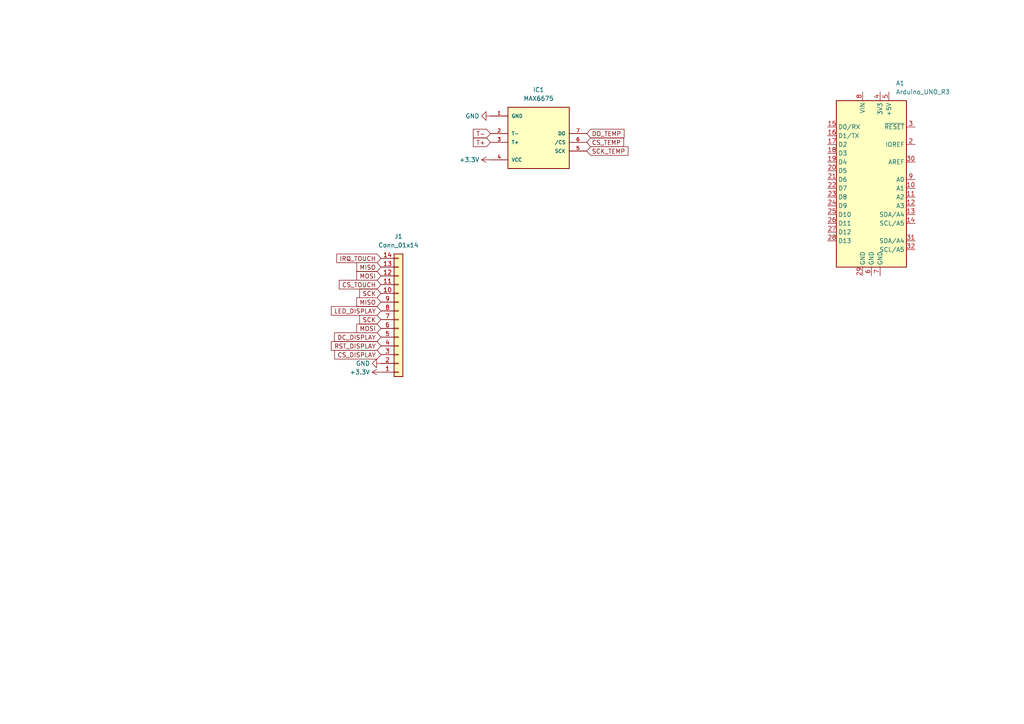
<source format=kicad_sch>
(kicad_sch (version 20211123) (generator eeschema)
  (paper "A4")
  (lib_symbols
    (symbol "Connector_Generic:Conn_01x14" (pin_names (offset 1.016) hide)
      (property "Reference" "J" (at 0 17.78 0))
      (property "Value" "Conn_01x14" (at 0 -20.32 0))
      (symbol "Conn_01x14_1_1"
        (rectangle (start -1.27 -17.653) (end 0 -17.907) (stroke (width 0.1524)))
        (rectangle (start -1.27 -15.113) (end 0 -15.367) (stroke (width 0.1524)))
        (rectangle (start -1.27 -12.573) (end 0 -12.827) (stroke (width 0.1524)))
        (rectangle (start -1.27 -10.033) (end 0 -10.287) (stroke (width 0.1524)))
        (rectangle (start -1.27 -7.493) (end 0 -7.747) (stroke (width 0.1524)))
        (rectangle (start -1.27 -4.953) (end 0 -5.207) (stroke (width 0.1524)))
        (rectangle (start -1.27 -2.413) (end 0 -2.667) (stroke (width 0.1524)))
        (rectangle (start -1.27 0.127) (end 0 -0.127) (stroke (width 0.1524)))
        (rectangle (start -1.27 2.667) (end 0 2.413) (stroke (width 0.1524)))
        (rectangle (start -1.27 5.207) (end 0 4.953) (stroke (width 0.1524)))
        (rectangle (start -1.27 7.747) (end 0 7.493) (stroke (width 0.1524)))
        (rectangle (start -1.27 10.287) (end 0 10.033) (stroke (width 0.1524)))
        (rectangle (start -1.27 12.827) (end 0 12.573) (stroke (width 0.1524)))
        (rectangle (start -1.27 15.367) (end 0 15.113) (stroke (width 0.1524)))
        (rectangle (start -1.27 16.51) (end 1.27 -19.05) (stroke (width 0.254)) (fill (type background)))
        (pin passive line (at -5.08 15.24 0) (length 3.81) (name "Pin_1") (number "1"))
        (pin passive line (at -5.08 -7.62 0) (length 3.81) (name "Pin_10") (number "10"))
        (pin passive line (at -5.08 -10.16 0) (length 3.81) (name "Pin_11") (number "11"))
        (pin passive line (at -5.08 -12.7 0) (length 3.81) (name "Pin_12") (number "12"))
        (pin passive line (at -5.08 -15.24 0) (length 3.81) (name "Pin_13") (number "13"))
        (pin passive line (at -5.08 -17.78 0) (length 3.81) (name "Pin_14") (number "14"))
        (pin passive line (at -5.08 12.7 0) (length 3.81) (name "Pin_2") (number "2"))
        (pin passive line (at -5.08 10.16 0) (length 3.81) (name "Pin_3") (number "3"))
        (pin passive line (at -5.08 7.62 0) (length 3.81) (name "Pin_4") (number "4"))
        (pin passive line (at -5.08 5.08 0) (length 3.81) (name "Pin_5") (number "5"))
        (pin passive line (at -5.08 2.54 0) (length 3.81) (name "Pin_6") (number "6"))
        (pin passive line (at -5.08 0 0) (length 3.81) (name "Pin_7") (number "7"))
        (pin passive line (at -5.08 -2.54 0) (length 3.81) (name "Pin_8") (number "8"))
        (pin passive line (at -5.08 -5.08 0) (length 3.81) (name "Pin_9") (number "9"))
      )
    )
    (symbol "MAX6675:MAX6675" (pin_names (offset 1.016))
      (property "Reference" "IC" (at 10.16 7.62 0))
      (property "Value" "MAX6675" (at -7.62 -15.24 0))
      (symbol "MAX6675_0_0"
        (rectangle (start -7.62 -12.7) (end 10.16 5.08) (stroke (width 0.254)) (fill (type background)))
        (pin power_in line (at -12.7 2.54 0) (length 5.08) (name "GND") (number "1"))
        (pin input line (at -12.7 -2.54 0) (length 5.08) (name "T-") (number "2"))
        (pin input line (at -12.7 -5.08 0) (length 5.08) (name "T+") (number "3"))
        (pin power_in line (at -12.7 -10.16 0) (length 5.08) (name "VCC") (number "4"))
        (pin input line (at 15.24 -7.62 180) (length 5.08) (name "SCK") (number "5"))
        (pin input line (at 15.24 -5.08 180) (length 5.08) (name "/CS") (number "6"))
        (pin output line (at 15.24 -2.54 180) (length 5.08) (name "DO") (number "7"))
      )
    )
    (symbol "MCU_Module:Arduino_UNO_R3"
      (property "Reference" "A" (at -10.16 23.495 0))
      (property "Value" "Arduino_UNO_R3" (at 5.08 -26.67 0))
      (symbol "Arduino_UNO_R3_0_1"
        (rectangle (start -10.16 22.86) (end 10.16 -25.4) (stroke (width 0.254)) (fill (type background)))
      )
      (symbol "Arduino_UNO_R3_1_1"
        (pin no_connect line (at -10.16 -20.32 0) (length 2.54) hide (name "NC") (number "1"))
        (pin bidirectional line (at 12.7 -2.54 180) (length 2.54) (name "A1") (number "10"))
        (pin bidirectional line (at 12.7 -5.08 180) (length 2.54) (name "A2") (number "11"))
        (pin bidirectional line (at 12.7 -7.62 180) (length 2.54) (name "A3") (number "12"))
        (pin bidirectional line (at 12.7 -10.16 180) (length 2.54) (name "SDA/A4") (number "13"))
        (pin bidirectional line (at 12.7 -12.7 180) (length 2.54) (name "SCL/A5") (number "14"))
        (pin bidirectional line (at -12.7 15.24 0) (length 2.54) (name "D0/RX") (number "15"))
        (pin bidirectional line (at -12.7 12.7 0) (length 2.54) (name "D1/TX") (number "16"))
        (pin bidirectional line (at -12.7 10.16 0) (length 2.54) (name "D2") (number "17"))
        (pin bidirectional line (at -12.7 7.62 0) (length 2.54) (name "D3") (number "18"))
        (pin bidirectional line (at -12.7 5.08 0) (length 2.54) (name "D4") (number "19"))
        (pin output line (at 12.7 10.16 180) (length 2.54) (name "IOREF") (number "2"))
        (pin bidirectional line (at -12.7 2.54 0) (length 2.54) (name "D5") (number "20"))
        (pin bidirectional line (at -12.7 0 0) (length 2.54) (name "D6") (number "21"))
        (pin bidirectional line (at -12.7 -2.54 0) (length 2.54) (name "D7") (number "22"))
        (pin bidirectional line (at -12.7 -5.08 0) (length 2.54) (name "D8") (number "23"))
        (pin bidirectional line (at -12.7 -7.62 0) (length 2.54) (name "D9") (number "24"))
        (pin bidirectional line (at -12.7 -10.16 0) (length 2.54) (name "D10") (number "25"))
        (pin bidirectional line (at -12.7 -12.7 0) (length 2.54) (name "D11") (number "26"))
        (pin bidirectional line (at -12.7 -15.24 0) (length 2.54) (name "D12") (number "27"))
        (pin bidirectional line (at -12.7 -17.78 0) (length 2.54) (name "D13") (number "28"))
        (pin power_in line (at -2.54 -27.94 90) (length 2.54) (name "GND") (number "29"))
        (pin input line (at 12.7 15.24 180) (length 2.54) (name "~{RESET}") (number "3"))
        (pin input line (at 12.7 5.08 180) (length 2.54) (name "AREF") (number "30"))
        (pin bidirectional line (at 12.7 -17.78 180) (length 2.54) (name "SDA/A4") (number "31"))
        (pin bidirectional line (at 12.7 -20.32 180) (length 2.54) (name "SCL/A5") (number "32"))
        (pin power_out line (at 2.54 25.4 270) (length 2.54) (name "3V3") (number "4"))
        (pin power_out line (at 5.08 25.4 270) (length 2.54) (name "+5V") (number "5"))
        (pin power_in line (at 0 -27.94 90) (length 2.54) (name "GND") (number "6"))
        (pin power_in line (at 2.54 -27.94 90) (length 2.54) (name "GND") (number "7"))
        (pin power_in line (at -2.54 25.4 270) (length 2.54) (name "VIN") (number "8"))
        (pin bidirectional line (at 12.7 0 180) (length 2.54) (name "A0") (number "9"))
      )
    )
    (symbol "power:+3.3V" (power) (pin_names (offset 0))
      (property "Value" "+3.3V" (at 0 3.556 0))
      (symbol "+3.3V_0_1"
        (polyline (pts (xy -0.762 1.27) (xy 0 2.54)))
        (polyline (pts (xy 0 0) (xy 0 2.54)))
        (polyline (pts (xy 0 2.54) (xy 0.762 1.27)))
      )
      (symbol "+3.3V_1_1"
        (pin power_in line (at 0 0 90) (length 0) hide (name "+3.3V") (number "1"))
      )
    )
    (symbol "power:GND" (power) (pin_names (offset 0))
      (property "Value" "GND" (at 0 -3.81 0))
      (symbol "GND_0_1"
        (polyline (pts (xy 0 0) (xy 0 -1.27) (xy 1.27 -1.27) (xy 0 -2.54) (xy -1.27 -1.27) (xy 0 -1.27)))
      )
      (symbol "GND_1_1"
        (pin power_in line (at 0 0 270) (length 0) hide (name "GND") (number "1"))
      )
    )
  )
  (global_label "MOSI" (shape input) (at 110.49 80.01 180) (property "Intersheet References" "${INTERSHEET_REFS}" (effects hide)))
  (global_label "SCK" (shape input) (at 110.49 92.71 180) (property "Intersheet References" "${INTERSHEET_REFS}" (effects hide)))
  (global_label "DC_DISPLAY" (shape input) (at 110.49 97.79 180) (property "Intersheet References" "${INTERSHEET_REFS}" (effects hide)))
  (global_label "LED_DISPLAY" (shape input) (at 110.49 90.17 180) (property "Intersheet References" "${INTERSHEET_REFS}" (effects hide)))
  (global_label "MOSI" (shape input) (at 110.49 95.25 180) (property "Intersheet References" "${INTERSHEET_REFS}" (effects hide)))
  (global_label "SCK" (shape input) (at 110.49 85.09 180) (property "Intersheet References" "${INTERSHEET_REFS}" (effects hide)))
  (global_label "T+" (shape input) (at 142.24 41.275 180) (property "Intersheet References" "${INTERSHEET_REFS}" (effects hide)))
  (global_label "CS_TEMP" (shape input) (at 170.18 41.275 0) (property "Intersheet References" "${INTERSHEET_REFS}" (effects hide)))
  (global_label "MISO" (shape input) (at 110.49 87.63 180) (property "Intersheet References" "${INTERSHEET_REFS}" (effects hide)))
  (global_label "RST_DISPLAY" (shape input) (at 110.49 100.33 180) (property "Intersheet References" "${INTERSHEET_REFS}" (effects hide)))
  (global_label "T-" (shape input) (at 142.24 38.735 180) (property "Intersheet References" "${INTERSHEET_REFS}" (effects hide)))
  (global_label "IRQ_TOUCH" (shape input) (at 110.49 74.93 180) (property "Intersheet References" "${INTERSHEET_REFS}" (effects hide)))
  (global_label "MISO" (shape input) (at 110.49 77.47 180) (property "Intersheet References" "${INTERSHEET_REFS}" (effects hide)))
  (global_label "DO_TEMP" (shape input) (at 170.18 38.735 0) (property "Intersheet References" "${INTERSHEET_REFS}" (effects hide)))
  (global_label "CS_TOUCH" (shape input) (at 110.49 82.55 180) (property "Intersheet References" "${INTERSHEET_REFS}" (effects hide)))
  (global_label "SCK_TEMP" (shape input) (at 170.18 43.815 0) (property "Intersheet References" "${INTERSHEET_REFS}" (effects hide)))
  (global_label "CS_DISPLAY" (shape input) (at 110.49 102.87 180) (property "Intersheet References" "${INTERSHEET_REFS}" (effects hide)))
  (symbol (lib_id "power:+3.3V") (at 110.49 107.95 90) (mirror x) (unit 1)
    (property "Reference" "#PWR04" (effects hide))
    (property "Value" "+3.3V" (at 107.315 107.9499 90) (effects (justify left)))
  )
  (symbol (lib_id "power:GND") (at 110.49 105.41 270) (mirror x) (unit 1)
    (property "Reference" "#PWR03" (effects hide))
    (property "Value" "GND" (at 107.315 105.4099 90) (effects (justify right)))
  )
  (symbol (lib_id "power:GND") (at 142.24 33.655 270) (unit 1)
    (property "Reference" "#PWR01" (effects hide))
    (property "Value" "GND" (at 139.065 33.6549 90) (effects (justify right)))
  )
  (symbol (lib_id "Connector_Generic:Conn_01x14") (at 115.57 92.71 0) (mirror x) (unit 1)
    (property "Reference" "J1" (at 115.57 68.58 0))
    (property "Value" "Conn_01x14" (at 115.57 71.12 0))
    (property "Footprint" "Library:ILI9341_PCB" (effects hide))
  )
  (symbol (lib_id "MAX6675:MAX6675") (at 154.94 36.195 0) (unit 1)
    (property "Reference" "IC1" (at 156.21 26.035 0))
    (property "Value" "MAX6675" (at 156.21 28.575 0))
    (property "Footprint" "Library:SO08" (effects hide))
  )
  (symbol (lib_id "power:+3.3V") (at 142.24 46.355 90) (unit 1)
    (property "Reference" "#PWR02" (effects hide))
    (property "Value" "+3.3V" (at 139.065 46.3549 90) (effects (justify left)))
  )
  (symbol (lib_id "MCU_Module:Arduino_UNO_R3") (at 252.73 52.07 0) (unit 1)
    (property "Reference" "A1" (at 259.8294 24.13 0) (effects (justify left)))
    (property "Value" "Arduino_UNO_R3" (at 259.8294 26.67 0) (effects (justify left)))
    (property "Footprint" "Module:Arduino_UNO_R3_WithMountingHoles" (effects hide))
    (property "Datasheet" "https://www.arduino.cc/en/Main/arduinoBoardUno" (effects hide))
  )
)
</source>
